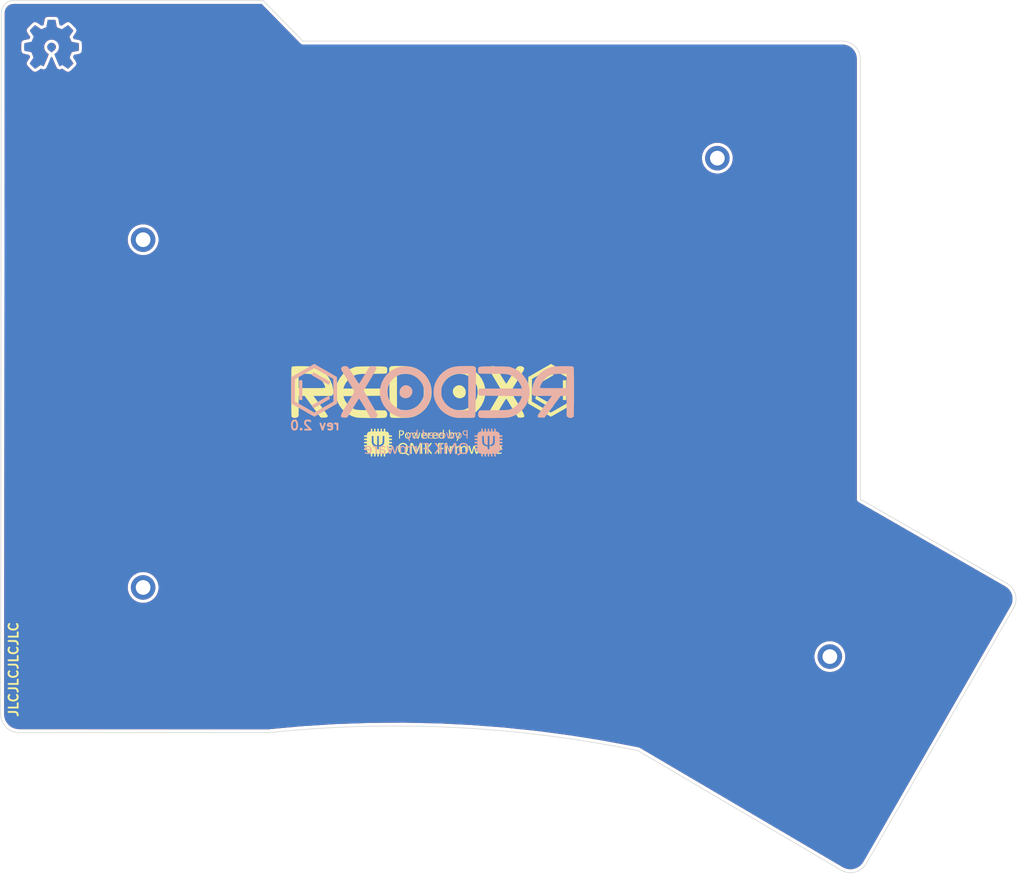
<source format=kicad_pcb>
(kicad_pcb (version 20171130) (host pcbnew "(5.1.5)-3")
  (title_block (title "Redox keyboard PCB") (date 2020-05-12) (rev "2.0 NG") (comment 1 "Modified by Nicolas Grondin") (comment 2 https://github.com/engee974/redox-keyboard) (comment 3 "designed by Mattia Dal Ben (aka u/TiaMaT102)") (comment 4 https://github.com/mattdibi/redox-keyboard))
  (layers (0 F.Cu signal) (31 B.Cu signal) (34 B.Paste user) (35 F.Paste user hide) (36 B.SilkS user) (37 F.SilkS user) (38 B.Mask user hide) (39 F.Mask user) (44 Edge.Cuts user))
  (net 0 "")
  (module redox_ng:M2_HOLE_PCB (layer F.Cu) (at 195.9 61.7)
    (fp_text reference TH208.3 hide)
    (fp_text value HOLE)
    (pad "" thru_hole circle (at 0 0) (size 4 4) (drill 2.4) (layers *.Cu *.Mask))
  )
  (module redox_ng:M2_HOLE_PCB (layer F.Cu) (at 214.25 143)
    (fp_text reference TH1 hide)
    (fp_text value HOLE)
    (pad "" thru_hole circle (at 0 0) (size 4 4) (drill 2.4) (layers *.Cu *.Mask))
  )
  (module redox_ng:M2_HOLE_PCB (layer F.Cu) (at 102.235 131.725)
    (fp_text reference TH1 hide)
    (fp_text value HOLE)
    (pad "" thru_hole circle (at 0 0) (size 4 4) (drill 2.4) (layers *.Cu *.Mask))
  )
  (module redox_ng:M2_HOLE_PCB (layer F.Cu) (at 102.235 75)
    (fp_text reference TH1 hide)
    (fp_text value HOLE)
    (pad "" thru_hole circle (at 0 0) (size 4 4) (drill 2.4) (layers *.Cu *.Mask))
  )
  (module redox_footprints:OSHW-Symbol_8.9x8mm_Copper (layer B.Cu) (at 87.3 43.15 180)
    (fp_text reference REF** hide)
    (fp_text value OSHW-Symbol_8.9x8mm_Copper hide)
    (fp_poly (pts (xy 0.746536 3.399573) (xy 0.859118 2.802382) (xy 1.274531 2.631135) (xy 1.689945 2.459888) (xy 2.188302 2.798767) (xy 2.327869 2.893123) (xy 2.454029 2.97737) (xy 2.560896 3.047662) (xy 2.642583 3.100153) (xy 2.693202 3.130996) (xy 2.706987 3.137647) (xy 2.731821 3.120542) (xy 2.784889 3.073256) (xy 2.860241 3.001828) (xy 2.95193 2.9123) (xy 3.054008 2.810711) (xy 3.160527 2.703102) (xy 3.265537 2.595513) (xy 3.363092 2.493985) (xy 3.447243 2.404559) (xy 3.512041 2.333274) (xy 3.551538 2.286172) (xy 3.560981 2.270408) (xy 3.547392 2.241347) (xy 3.509294 2.177679) (xy 3.450694 2.085633) (xy 3.375598 1.971436) (xy 3.288009 1.841316) (xy 3.237255 1.767099) (xy 3.144746 1.631578) (xy 3.062541 1.509284) (xy 2.994631 1.406305) (xy 2.945001 1.328727) (xy 2.917641 1.282639) (xy 2.91353 1.272953) (xy 2.92285 1.245426) (xy 2.948255 1.181272) (xy 2.985912 1.08951) (xy 3.031987 0.979161) (xy 3.082647 0.859245) (xy 3.13406 0.738781) (xy 3.18239 0.626791) (xy 3.223807 0.532293) (xy 3.254475 0.464308) (xy 3.270562 0.431857) (xy 3.271512 0.43058) (xy 3.296773 0.424383) (xy 3.364046 0.41056) (xy 3.466361 0.390468) (xy 3.596742 0.365466) (xy 3.748217 0.336914) (xy 3.836594 0.320449) (xy 3.998453 0.289631) (xy 4.14465 0.260306) (xy 4.267788 0.234079) (xy 4.36047 0.212554) (xy 4.415302 0.197335) (xy 4.426324 0.192507) (xy 4.437119 0.159826) (xy 4.44583 0.086015) (xy 4.452461 -0.020292) (xy 4.457019 -0.150467) (xy 4.45951 -0.295876) (xy 4.459939 -0.44789) (xy 4.458312 -0.597877) (xy 4.454636 -0.737206) (xy 4.448916 -0.857245) (xy 4.441158 -0.949365) (xy 4.431369 -1.004932) (xy 4.425497 -1.0165) (xy 4.3904 -1.030365) (xy 4.316029 -1.050188) (xy 4.212224 -1.073639) (xy 4.08882 -1.098391) (xy 4.045742 -1.106398) (xy 3.838048 -1.144441) (xy 3.673985 -1.175079) (xy 3.548131 -1.199529) (xy 3.455066 -1.219009) (xy 3.389368 -1.234736) (xy 3.345618 -1.247928) (xy 3.318393 -1.259804) (xy 3.302273 -1.27158) (xy 3.300018 -1.273908) (xy 3.277504 -1.3114) (xy 3.243159 -1.384365) (xy 3.200412 -1.483867) (xy 3.152693 -1.600973) (xy 3.103431 -1.726748) (xy 3.056056 -1.852257) (xy 3.013996 -1.968565) (xy 2.980681 -2.066739) (xy 2.959542 -2.137843) (xy 2.954006 -2.172942) (xy 2.954467 -2.174172) (xy 2.973224 -2.202861) (xy 3.015777 -2.265985) (xy 3.077654 -2.356973) (xy 3.154383 -2.469255) (xy 3.241492 -2.59626) (xy 3.266299 -2.632353) (xy 3.354753 -2.763203) (xy 3.432589 -2.882591) (xy 3.495567 -2.983662) (xy 3.539446 -3.059559) (xy 3.559986 -3.103427) (xy 3.560981 -3.108817) (xy 3.543723 -3.137144) (xy 3.496036 -3.193261) (xy 3.424051 -3.271137) (xy 3.333898 -3.36474) (xy 3.231706 -3.468041) (xy 3.123606 -3.575006) (xy 3.015729 -3.679606) (xy 2.914205 -3.775809) (xy 2.825163 -3.857584) (xy 2.754734 -3.9189) (xy 2.709048 -3.953726) (xy 2.69641 -3.959412) (xy 2.666992 -3.94602) (xy 2.606762 -3.909899) (xy 2.52553 -3.857136) (xy 2.463031 -3.814667) (xy 2.349786 -3.73674) (xy 2.215675 -3.644984) (xy 2.081156 -3.553375) (xy 2.008834 -3.504346) (xy 1.764039 -3.33877) (xy 1.558551 -3.449875) (xy 1.464937 -3.498548) (xy 1.385331 -3.536381) (xy 1.331468 -3.557958) (xy 1.317758 -3.560961) (xy 1.301271 -3.538793) (xy 1.268746 -3.476149) (xy 1.222609 -3.378809) (xy 1.165291 -3.252549) (xy 1.099217 -3.10315) (xy 1.026816 -2.936388) (xy 0.950517 -2.758042) (xy 0.872747 -2.573891) (xy 0.795935 -2.389712) (xy 0.722507 -2.211285) (xy 0.654893 -2.044387) (xy 0.595521 -1.894797) (xy 0.546817 -1.768293) (xy 0.511211 -1.670654) (xy 0.491131 -1.607657) (xy 0.487901 -1.586021) (xy 0.513497 -1.558424) (xy 0.569539 -1.513625) (xy 0.644312 -1.460934) (xy 0.650588 -1.456765) (xy 0.843846 -1.302069) (xy 0.999675 -1.121591) (xy 1.116725 -0.921102) (xy 1.193646 -0.706374) (xy 1.229087 -0.483177) (xy 1.221698 -0.257281) (xy 1.170128 -0.034459) (xy 1.073027 0.179521) (xy 1.044459 0.226336) (xy 0.895869 0.415382) (xy 0.720328 0.567188) (xy 0.523911 0.680966) (xy 0.312694 0.755925) (xy 0.092754 0.791278) (xy -0.129836 0.786233) (xy -0.348998 0.740001) (xy -0.558657 0.651794) (xy -0.752738 0.520821) (xy -0.812773 0.467663) (xy -0.965564 0.301261) (xy -1.076902 0.126088) (xy -1.153276 -0.070266) (xy -1.195812 -0.264717) (xy -1.206313 -0.483342) (xy -1.171299 -0.703052) (xy -1.094326 -0.91642) (xy -0.978952 -1.116022) (xy -0.828734 -1.294429) (xy -0.647226 -1.444217) (xy -0.623372 -1.460006) (xy -0.547798 -1.511712) (xy -0.490348 -1.556512) (xy -0.462882 -1.585117) (xy -0.462482 -1.586021) (xy -0.468379 -1.616964) (xy -0.491754 -1.687191) (xy -0.530178 -1.790925) (xy -0.581222 -1.92239) (xy -0.642457 -2.075807) (xy -0.711455 -2.245401) (xy -0.785786 -2.425393) (xy -0.863021 -2.610008) (xy -0.940731 -2.793468) (xy -1.016488 -2.969996) (xy -1.087862 -3.133814) (xy -1.152425 -3.279147) (xy -1.207747 -3.400217) (xy -1.251399 -3.491247) (xy -1.280953 -3.54646) (xy -1.292855 -3.560961) (xy -1.329222 -3.549669) (xy -1.397269 -3.519385) (xy -1.485263 -3.47552) (xy -1.533649 -3.449875) (xy -1.739136 -3.33877) (xy -1.983931 -3.504346) (xy -2.108893 -3.58917) (xy -2.245704 -3.682516) (xy -2.373911 -3.770408) (xy -2.438128 -3.814667) (xy -2.528448 -3.875318) (xy -2.604928 -3.923381) (xy -2.657592 -3.95277) (xy -2.674697 -3.958982) (xy -2.699594 -3.942223) (xy -2.754694 -3.895436) (xy -2.834656 -3.82348) (xy -2.934139 -3.731212) (xy -3.047799 -3.62349) (xy -3.119684 -3.554326) (xy -3.245448 -3.430757) (xy -3.354136 -3.320234) (xy -3.441354 -3.227485) (xy -3.50271 -3.157237) (xy -3.533808 -3.11422) (xy -3.536791 -3.10549) (xy -3.522946 -3.072284) (xy -3.484687 -3.005142) (xy -3.426258 -2.910863) (xy -3.351902 -2.796245) (xy -3.265864 -2.668083) (xy -3.241397 -2.632353) (xy -3.152245 -2.502489) (xy -3.072261 -2.385569) (xy -3.005919 -2.288162) (xy -2.957688 -2.216839) (xy -2.932042 -2.17817) (xy -2.929564 -2.174172) (xy -2.93327 -2.143355) (xy -2.952938 -2.075599) (xy -2.985139 -1.979839) (xy -3.026444 -1.865009) (xy -3.073424 -1.740044) (xy -3.12265 -1.613879) (xy -3.170691 -1.495448) (xy -3.214118 -1.393685) (xy -3.249503 -1.317526) (xy -3.273415 -1.275904) (xy -3.275115 -1.273908) (xy -3.289737 -1.262013) (xy -3.314434 -1.25025) (xy -3.354627 -1.237401) (xy -3.415736 -1.222249) (xy -3.503182 -1.203576) (xy -3.622387 -1.180165) (xy -3.778772 -1.150797) (xy -3.977756 -1.114255) (xy -4.020839 -1.106398) (xy -4.148529 -1.081727) (xy -4.259846 -1.057593) (xy -4.344954 -1.036324) (xy -4.394016 -1.020248) (xy -4.400594 -1.0165) (xy -4.411435 -0.983273) (xy -4.420246 -0.909021) (xy -4.427023 -0.802376) (xy -4.431759 -0.671967) (xy -4.434449 -0.526427) (xy -4.435086 -0.374386) (xy -4.433665 -0.224476) (xy -4.430179 -0.085328) (xy -4.424623 0.034428) (xy -4.416991 0.126159) (xy -4.407277 0.181234) (xy -4.401421 0.192507) (xy -4.368819 0.203877) (xy -4.294581 0.222376) (xy -4.186103 0.246398) (xy -4.050782 0.274338) (xy -3.896014 0.304592) (xy -3.811692 0.320449) (xy -3.651703 0.350356) (xy -3.509032 0.37745) (xy -3.390651 0.400369) (xy -3.303534 0.417757) (xy -3.254654 0.428253) (xy -3.246609 0.43058) (xy -3.233012 0.456814) (xy -3.20427 0.520005) (xy -3.164214 0.611123) (xy -3.116675 0.721143) (xy -3.065484 0.841035) (xy -3.014473 0.961773) (xy -2.967473 1.074329) (xy -2.928315 1.169674) (xy -2.90083 1.238783) (xy -2.88885 1.272626) (xy -2.888627 1.274105) (xy -2.902208 1.300803) (xy -2.940284 1.36224) (xy -2.998852 1.452311) (xy -3.073911 1.56491) (xy -3.161459 1.69393) (xy -3.212352 1.768039) (xy -3.30509 1.903923) (xy -3.387458 2.027291) (xy -3.455438 2.131903) (xy -3.505011 2.211517) (xy -3.532157 2.259893) (xy -3.536078 2.270738) (xy -3.519224 2.29598) (xy -3.472631 2.349876) (xy -3.402251 2.426387) (xy -3.314034 2.519477) (xy -3.213934 2.623105) (xy -3.107901 2.731236) (xy -3.001888 2.83783) (xy -2.901847 2.93685) (xy -2.813729 3.022258) (xy -2.743486 3.088015) (xy -2.697071 3.128084) (xy -2.681543 3.137647) (xy -2.65626 3.1242) (xy -2.595788 3.086425) (xy -2.506007 3.028165) (xy -2.392796 2.953266) (xy -2.262036 2.865575) (xy -2.1634 2.798767) (xy -1.665042 2.459888) (xy -1.249629 2.631135) (xy -0.834215 2.802382) (xy -0.721633 3.399573) (xy -0.60905 3.996765) (xy 0.633953 3.996765) (xy 0.746536 3.399573)) (layer B.Cu) (width 0.01))
  )
  (module redox_footprints:OSHW-Symbol_8.9x8mm_Copper (layer F.Cu) (at 87.3 43.15)
    (fp_text reference REF** hide)
    (fp_text value OSHW-Symbol_8.9x8mm_Copper hide)
    (fp_poly (pts (xy 0.746536 -3.399573) (xy 0.859118 -2.802382) (xy 1.274531 -2.631135) (xy 1.689945 -2.459888) (xy 2.188302 -2.798767) (xy 2.327869 -2.893123) (xy 2.454029 -2.97737) (xy 2.560896 -3.047662) (xy 2.642583 -3.100153) (xy 2.693202 -3.130996) (xy 2.706987 -3.137647) (xy 2.731821 -3.120542) (xy 2.784889 -3.073256) (xy 2.860241 -3.001828) (xy 2.95193 -2.9123) (xy 3.054008 -2.810711) (xy 3.160527 -2.703102) (xy 3.265537 -2.595513) (xy 3.363092 -2.493985) (xy 3.447243 -2.404559) (xy 3.512041 -2.333274) (xy 3.551538 -2.286172) (xy 3.560981 -2.270408) (xy 3.547392 -2.241347) (xy 3.509294 -2.177679) (xy 3.450694 -2.085633) (xy 3.375598 -1.971436) (xy 3.288009 -1.841316) (xy 3.237255 -1.767099) (xy 3.144746 -1.631578) (xy 3.062541 -1.509284) (xy 2.994631 -1.406305) (xy 2.945001 -1.328727) (xy 2.917641 -1.282639) (xy 2.91353 -1.272953) (xy 2.92285 -1.245426) (xy 2.948255 -1.181272) (xy 2.985912 -1.08951) (xy 3.031987 -0.979161) (xy 3.082647 -0.859245) (xy 3.13406 -0.738781) (xy 3.18239 -0.626791) (xy 3.223807 -0.532293) (xy 3.254475 -0.464308) (xy 3.270562 -0.431857) (xy 3.271512 -0.43058) (xy 3.296773 -0.424383) (xy 3.364046 -0.41056) (xy 3.466361 -0.390468) (xy 3.596742 -0.365466) (xy 3.748217 -0.336914) (xy 3.836594 -0.320449) (xy 3.998453 -0.289631) (xy 4.14465 -0.260306) (xy 4.267788 -0.234079) (xy 4.36047 -0.212554) (xy 4.415302 -0.197335) (xy 4.426324 -0.192507) (xy 4.437119 -0.159826) (xy 4.44583 -0.086015) (xy 4.452461 0.020292) (xy 4.457019 0.150467) (xy 4.45951 0.295876) (xy 4.459939 0.44789) (xy 4.458312 0.597877) (xy 4.454636 0.737206) (xy 4.448916 0.857245) (xy 4.441158 0.949365) (xy 4.431369 1.004932) (xy 4.425497 1.0165) (xy 4.3904 1.030365) (xy 4.316029 1.050188) (xy 4.212224 1.073639) (xy 4.08882 1.098391) (xy 4.045742 1.106398) (xy 3.838048 1.144441) (xy 3.673985 1.175079) (xy 3.548131 1.199529) (xy 3.455066 1.219009) (xy 3.389368 1.234736) (xy 3.345618 1.247928) (xy 3.318393 1.259804) (xy 3.302273 1.27158) (xy 3.300018 1.273908) (xy 3.277504 1.3114) (xy 3.243159 1.384365) (xy 3.200412 1.483867) (xy 3.152693 1.600973) (xy 3.103431 1.726748) (xy 3.056056 1.852257) (xy 3.013996 1.968565) (xy 2.980681 2.066739) (xy 2.959542 2.137843) (xy 2.954006 2.172942) (xy 2.954467 2.174172) (xy 2.973224 2.202861) (xy 3.015777 2.265985) (xy 3.077654 2.356973) (xy 3.154383 2.469255) (xy 3.241492 2.59626) (xy 3.266299 2.632353) (xy 3.354753 2.763203) (xy 3.432589 2.882591) (xy 3.495567 2.983662) (xy 3.539446 3.059559) (xy 3.559986 3.103427) (xy 3.560981 3.108817) (xy 3.543723 3.137144) (xy 3.496036 3.193261) (xy 3.424051 3.271137) (xy 3.333898 3.36474) (xy 3.231706 3.468041) (xy 3.123606 3.575006) (xy 3.015729 3.679606) (xy 2.914205 3.775809) (xy 2.825163 3.857584) (xy 2.754734 3.9189) (xy 2.709048 3.953726) (xy 2.69641 3.959412) (xy 2.666992 3.94602) (xy 2.606762 3.909899) (xy 2.52553 3.857136) (xy 2.463031 3.814667) (xy 2.349786 3.73674) (xy 2.215675 3.644984) (xy 2.081156 3.553375) (xy 2.008834 3.504346) (xy 1.764039 3.33877) (xy 1.558551 3.449875) (xy 1.464937 3.498548) (xy 1.385331 3.536381) (xy 1.331468 3.557958) (xy 1.317758 3.560961) (xy 1.301271 3.538793) (xy 1.268746 3.476149) (xy 1.222609 3.378809) (xy 1.165291 3.252549) (xy 1.099217 3.10315) (xy 1.026816 2.936388) (xy 0.950517 2.758042) (xy 0.872747 2.573891) (xy 0.795935 2.389712) (xy 0.722507 2.211285) (xy 0.654893 2.044387) (xy 0.595521 1.894797) (xy 0.546817 1.768293) (xy 0.511211 1.670654) (xy 0.491131 1.607657) (xy 0.487901 1.586021) (xy 0.513497 1.558424) (xy 0.569539 1.513625) (xy 0.644312 1.460934) (xy 0.650588 1.456765) (xy 0.843846 1.302069) (xy 0.999675 1.121591) (xy 1.116725 0.921102) (xy 1.193646 0.706374) (xy 1.229087 0.483177) (xy 1.221698 0.257281) (xy 1.170128 0.034459) (xy 1.073027 -0.179521) (xy 1.044459 -0.226336) (xy 0.895869 -0.415382) (xy 0.720328 -0.567188) (xy 0.523911 -0.680966) (xy 0.312694 -0.755925) (xy 0.092754 -0.791278) (xy -0.129836 -0.786233) (xy -0.348998 -0.740001) (xy -0.558657 -0.651794) (xy -0.752738 -0.520821) (xy -0.812773 -0.467663) (xy -0.965564 -0.301261) (xy -1.076902 -0.126088) (xy -1.153276 0.070266) (xy -1.195812 0.264717) (xy -1.206313 0.483342) (xy -1.171299 0.703052) (xy -1.094326 0.91642) (xy -0.978952 1.116022) (xy -0.828734 1.294429) (xy -0.647226 1.444217) (xy -0.623372 1.460006) (xy -0.547798 1.511712) (xy -0.490348 1.556512) (xy -0.462882 1.585117) (xy -0.462482 1.586021) (xy -0.468379 1.616964) (xy -0.491754 1.687191) (xy -0.530178 1.790925) (xy -0.581222 1.92239) (xy -0.642457 2.075807) (xy -0.711455 2.245401) (xy -0.785786 2.425393) (xy -0.863021 2.610008) (xy -0.940731 2.793468) (xy -1.016488 2.969996) (xy -1.087862 3.133814) (xy -1.152425 3.279147) (xy -1.207747 3.400217) (xy -1.251399 3.491247) (xy -1.280953 3.54646) (xy -1.292855 3.560961) (xy -1.329222 3.549669) (xy -1.397269 3.519385) (xy -1.485263 3.47552) (xy -1.533649 3.449875) (xy -1.739136 3.33877) (xy -1.983931 3.504346) (xy -2.108893 3.58917) (xy -2.245704 3.682516) (xy -2.373911 3.770408) (xy -2.438128 3.814667) (xy -2.528448 3.875318) (xy -2.604928 3.923381) (xy -2.657592 3.95277) (xy -2.674697 3.958982) (xy -2.699594 3.942223) (xy -2.754694 3.895436) (xy -2.834656 3.82348) (xy -2.934139 3.731212) (xy -3.047799 3.62349) (xy -3.119684 3.554326) (xy -3.245448 3.430757) (xy -3.354136 3.320234) (xy -3.441354 3.227485) (xy -3.50271 3.157237) (xy -3.533808 3.11422) (xy -3.536791 3.10549) (xy -3.522946 3.072284) (xy -3.484687 3.005142) (xy -3.426258 2.910863) (xy -3.351902 2.796245) (xy -3.265864 2.668083) (xy -3.241397 2.632353) (xy -3.152245 2.502489) (xy -3.072261 2.385569) (xy -3.005919 2.288162) (xy -2.957688 2.216839) (xy -2.932042 2.17817) (xy -2.929564 2.174172) (xy -2.93327 2.143355) (xy -2.952938 2.075599) (xy -2.985139 1.979839) (xy -3.026444 1.865009) (xy -3.073424 1.740044) (xy -3.12265 1.613879) (xy -3.170691 1.495448) (xy -3.214118 1.393685) (xy -3.249503 1.317526) (xy -3.273415 1.275904) (xy -3.275115 1.273908) (xy -3.289737 1.262013) (xy -3.314434 1.25025) (xy -3.354627 1.237401) (xy -3.415736 1.222249) (xy -3.503182 1.203576) (xy -3.622387 1.180165) (xy -3.778772 1.150797) (xy -3.977756 1.114255) (xy -4.020839 1.106398) (xy -4.148529 1.081727) (xy -4.259846 1.057593) (xy -4.344954 1.036324) (xy -4.394016 1.020248) (xy -4.400594 1.0165) (xy -4.411435 0.983273) (xy -4.420246 0.909021) (xy -4.427023 0.802376) (xy -4.431759 0.671967) (xy -4.434449 0.526427) (xy -4.435086 0.374386) (xy -4.433665 0.224476) (xy -4.430179 0.085328) (xy -4.424623 -0.034428) (xy -4.416991 -0.126159) (xy -4.407277 -0.181234) (xy -4.401421 -0.192507) (xy -4.368819 -0.203877) (xy -4.294581 -0.222376) (xy -4.186103 -0.246398) (xy -4.050782 -0.274338) (xy -3.896014 -0.304592) (xy -3.811692 -0.320449) (xy -3.651703 -0.350356) (xy -3.509032 -0.37745) (xy -3.390651 -0.400369) (xy -3.303534 -0.417757) (xy -3.254654 -0.428253) (xy -3.246609 -0.43058) (xy -3.233012 -0.456814) (xy -3.20427 -0.520005) (xy -3.164214 -0.611123) (xy -3.116675 -0.721143) (xy -3.065484 -0.841035) (xy -3.014473 -0.961773) (xy -2.967473 -1.074329) (xy -2.928315 -1.169674) (xy -2.90083 -1.238783) (xy -2.88885 -1.272626) (xy -2.888627 -1.274105) (xy -2.902208 -1.300803) (xy -2.940284 -1.36224) (xy -2.998852 -1.452311) (xy -3.073911 -1.56491) (xy -3.161459 -1.69393) (xy -3.212352 -1.768039) (xy -3.30509 -1.903923) (xy -3.387458 -2.027291) (xy -3.455438 -2.131903) (xy -3.505011 -2.211517) (xy -3.532157 -2.259893) (xy -3.536078 -2.270738) (xy -3.519224 -2.29598) (xy -3.472631 -2.349876) (xy -3.402251 -2.426387) (xy -3.314034 -2.519477) (xy -3.213934 -2.623105) (xy -3.107901 -2.731236) (xy -3.001888 -2.83783) (xy -2.901847 -2.93685) (xy -2.813729 -3.022258) (xy -2.743486 -3.088015) (xy -2.697071 -3.128084) (xy -2.681543 -3.137647) (xy -2.65626 -3.1242) (xy -2.595788 -3.086425) (xy -2.506007 -3.028165) (xy -2.392796 -2.953266) (xy -2.262036 -2.865575) (xy -2.1634 -2.798767) (xy -1.665042 -2.459888) (xy -1.249629 -2.631135) (xy -0.834215 -2.802382) (xy -0.721633 -3.399573) (xy -0.60905 -3.996765) (xy 0.633953 -3.996765) (xy 0.746536 -3.399573)) (layer F.Cu) (width 0.01))
  )
  (module redox_footprints:redox-logo (layer B.Cu) (at 149.4565 99.8085 180)
    (fp_text reference REDOX_BOTTOM hide)
    (fp_text value LOGO hide)
  )
  (module redox_footprints:redox-logo (layer F.Cu) (at 149.4565 99.8085)
    (fp_text reference REDOX_FRONT hide)
    (fp_text value LOGO hide)
  )
  (module redox_footprints:qmk-badge (layer B.Cu) (at 149.564 108.0835 180)
    (fp_text reference QMK_BOTTOM hide)
    (fp_text value LOGO hide)
  )
  (module redox_footprints:qmk-badge (layer F.Cu) (at 149.564 108.0835)
    (fp_text reference QMK_FRONT hide)
    (fp_text value LOGO hide)
  )
  (gr_text JLCJLCJLCJLC (at 81.1 145.1 90) (layer F.SilkS) (effects (font (size 1.5 1.5) (thickness 0.3))))
  (gr_line (start 121.8 35.9835) (end 128.3 42.6) (layer Edge.Cuts) (width 0.1))
  (gr_arc (start 81.1 37.9835) (end 81.1 35.9835) (angle -90) (layer Edge.Cuts) (width 0.1))
  (gr_line (start 81.1 35.9835) (end 121.8 35.9835) (layer Edge.Cuts) (width 0.1))
  (gr_arc (start 143.352506 351.184557) (end 182.95 158.35) (angle -17.63787651) (layer Edge.Cuts) (width 0.1))
  (gr_line (start 82 155.4) (end 122.659683 155.417004) (angle 90) (layer Edge.Cuts) (width 0.1))
  (gr_arc (start 82 152.4) (end 79 152.4) (angle -90) (layer Edge.Cuts) (width 0.1))
  (gr_line (start 79.1 37.9835) (end 79 152.4) (angle 90) (layer Edge.Cuts) (width 0.1))
  (gr_arc (start 241.7 133.6) (end 244.2 135.1) (angle -91.09563433) (layer Edge.Cuts) (width 0.1))
  (gr_line (start 219.21 45.584917) (end 219.21 117.314917) (angle 90) (layer Edge.Cuts) (width 0.1))
  (gr_line (start 219.21 117.314917) (end 243.15 131.07) (angle 90) (layer Edge.Cuts) (width 0.1))
  (gr_line (start 216.3 42.6) (end 128.3 42.6) (angle 90) (layer Edge.Cuts) (width 0.1))
  (gr_line (start 182.95 158.35) (end 216.1 177.85) (layer Edge.Cuts) (width 0.1))
  (gr_arc (start 217.599998 175.251925) (end 216.1 177.85) (angle -90) (layer Edge.Cuts) (width 0.1))
  (gr_arc (start 216.294934 45.515879) (end 219.21 45.584917) (angle -91.25714726) (layer Edge.Cuts) (width 0.1))
  (gr_line (start 220.2 176.75) (end 244.2 135.1) (angle 90) (layer Edge.Cuts) (width 0.1))
  (gr_text "rev 2.0" (at 130.2535 105.3005) (layer B.SilkS) (effects (font (size 1.5 1.5) (thickness 0.3)) (justify mirror)))
  (zone (net 0) (net_name "") (layer B.Cu) (connect_pads no (clearance 0.508)) (min_thickness 0.254) (fill yes (arc_segments 32) (thermal_gap 0.508) (thermal_bridge_width 0.508))
    (polygon (pts (xy 219.238751 44.45) (xy 219.288751 117.45) (xy 245.938751 132.35) (xy 219.588751 178) (xy 217.338751 178.65) (xy 183.538751 159.05) (xy 178.338751 157.8) (xy 166.638751 156.35) (xy 157.188751 155.3) (xy 144.838751 154.7) (xy 122.688751 155.55) (xy 80.8 155.4) (xy 78.9 153.7) (xy 78.988751 138.5) (xy 78.988751 133.4) (xy 79 37.3) (xy 80.4 36) (xy 121.9 36.1) (xy 128.288751 42.65) (xy 217.688751 42.65)))
  )
  (zone (net 0) (net_name "") (layer F.Cu) (connect_pads no (clearance 0.508)) (min_thickness 0.254) (fill yes (arc_segments 32) (thermal_gap 0.508) (thermal_bridge_width 0.508))
    (polygon (pts (xy 219.138751 44.35) (xy 219.188751 117.35) (xy 245.838751 132.25) (xy 219.488751 177.9) (xy 217.238751 178.55) (xy 183.438751 158.95) (xy 178.238751 157.7) (xy 166.538751 156.25) (xy 157.088751 155.2) (xy 144.738751 154.6) (xy 122.588751 155.45) (xy 80.8 155.4) (xy 78.9 153.7) (xy 78.888751 138.4) (xy 78.888751 133.3) (xy 79 37.3) (xy 80.3 35.9) (xy 121.8 36) (xy 128.188751 42.55) (xy 217.588751 42.55)))
  )
)
</source>
